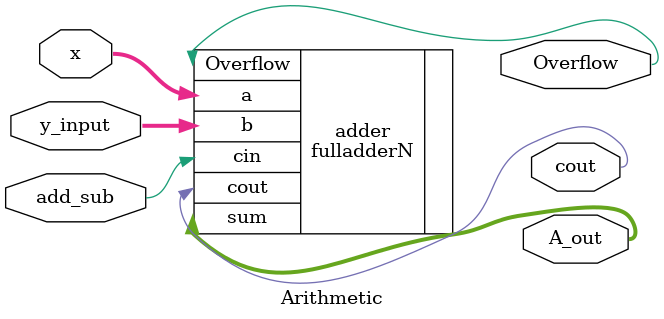
<source format=v>

`timescale 1ns / 1ps

module Arithmetic (
    input [31:0] x,
    input [31:0] y_input,
    input add_sub,
    output [31:0] A_out,
    output cout,
    output Overflow 
);
    fulladderN adder (
        .a(x),
        .b(y_input),
        .cin(add_sub),
        .cout(cout),
        .sum(A_out),
        .Overflow(Overflow)
    );
endmodule
</source>
